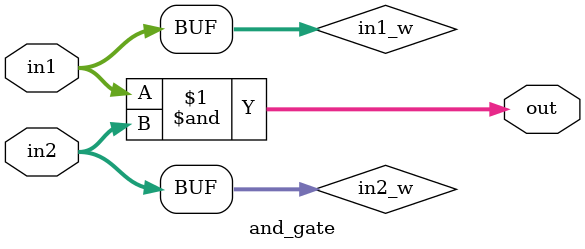
<source format=v>

module or_gate(in1 , in2 , out);
  
  input [31:0] in1,in2;
  output [31:0] out;
  
  wire [31:0] in1_w, in2_w;
  
  assign in1_w = in1;
  assign in2_w = in2;
  
  
  assign out = in1 | in2;
  
endmodule


module and_gate(in1 , in2 , out);
  
  input [31:0] in1,in2;
  output [31:0] out;
  
  wire [31:0] in1_w, in2_w;
  
  assign in1_w = in1;
  assign in2_w = in2;
  
  
  assign out = in1 & in2;
  
endmodule
  
</source>
